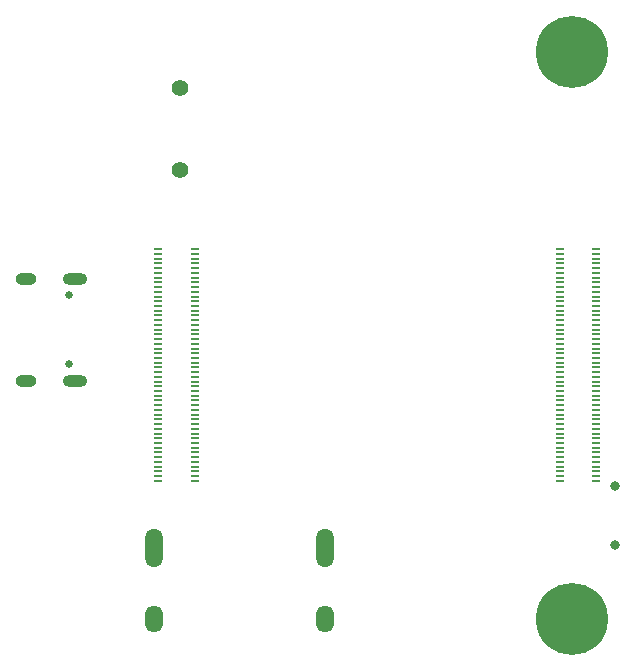
<source format=gbr>
%TF.GenerationSoftware,KiCad,Pcbnew,8.0.7*%
%TF.CreationDate,2024-12-14T14:48:29+01:00*%
%TF.ProjectId,CM5_CB,434d355f-4342-42e6-9b69-6361645f7063,rev?*%
%TF.SameCoordinates,Original*%
%TF.FileFunction,Soldermask,Bot*%
%TF.FilePolarity,Negative*%
%FSLAX46Y46*%
G04 Gerber Fmt 4.6, Leading zero omitted, Abs format (unit mm)*
G04 Created by KiCad (PCBNEW 8.0.7) date 2024-12-14 14:48:29*
%MOMM*%
%LPD*%
G01*
G04 APERTURE LIST*
%ADD10C,6.100000*%
%ADD11R,0.700000X0.200000*%
%ADD12C,0.800000*%
%ADD13C,0.650000*%
%ADD14O,2.100000X1.000000*%
%ADD15O,1.800000X1.000000*%
%ADD16O,1.500000X2.300000*%
%ADD17O,1.500000X3.300000*%
%ADD18C,1.400000*%
G04 APERTURE END LIST*
D10*
%TO.C,Module302*%
X127250000Y-29600000D03*
X127250000Y-77600000D03*
D11*
X95290000Y-46300000D03*
X92210000Y-46300000D03*
X95290000Y-46700000D03*
X92210000Y-46700000D03*
X95290000Y-47100000D03*
X92210000Y-47100000D03*
X95290000Y-47500000D03*
X92210000Y-47500000D03*
X95290000Y-47900000D03*
X92210000Y-47900000D03*
X95290000Y-48300000D03*
X92210000Y-48300000D03*
X95290000Y-48700000D03*
X92210000Y-48700000D03*
X95290000Y-49100000D03*
X92210000Y-49100000D03*
X95290000Y-49500000D03*
X92210000Y-49500000D03*
X95290000Y-49900000D03*
X92210000Y-49900000D03*
X95290000Y-50300000D03*
X92210000Y-50300000D03*
X95290000Y-50700000D03*
X92210000Y-50700000D03*
X95290000Y-51100000D03*
X92210000Y-51100000D03*
X95290000Y-51500000D03*
X92210000Y-51500000D03*
X95290000Y-51900000D03*
X92210000Y-51900000D03*
X95290000Y-52300000D03*
X92210000Y-52300000D03*
X95290000Y-52700000D03*
X92210000Y-52700000D03*
X95290000Y-53100000D03*
X92210000Y-53100000D03*
X95290000Y-53500000D03*
X92210000Y-53500000D03*
X95290000Y-53900000D03*
X92210000Y-53900000D03*
X95290000Y-54300000D03*
X92210000Y-54300000D03*
X95290000Y-54700000D03*
X92210000Y-54700000D03*
X95290000Y-55100000D03*
X92210000Y-55100000D03*
X95290000Y-55500000D03*
X92210000Y-55500000D03*
X95290000Y-55900000D03*
X92210000Y-55900000D03*
X95290000Y-56300000D03*
X92210000Y-56300000D03*
X95290000Y-56700000D03*
X92210000Y-56700000D03*
X95290000Y-57100000D03*
X92210000Y-57100000D03*
X95290000Y-57500000D03*
X92210000Y-57500000D03*
X95290000Y-57900000D03*
X92210000Y-57900000D03*
X95290000Y-58300000D03*
X92210000Y-58300000D03*
X95290000Y-58700000D03*
X92210000Y-58700000D03*
X95290000Y-59100000D03*
X92210000Y-59100000D03*
X95290000Y-59500000D03*
X92210000Y-59500000D03*
X95290000Y-59900000D03*
X92210000Y-59900000D03*
X95290000Y-60300000D03*
X92210000Y-60300000D03*
X95290000Y-60700000D03*
X92210000Y-60700000D03*
X95290000Y-61100000D03*
X92210000Y-61100000D03*
X95290000Y-61500000D03*
X92210000Y-61500000D03*
X95290000Y-61900000D03*
X92210000Y-61900000D03*
X95290000Y-62300000D03*
X92210000Y-62300000D03*
X95290000Y-62700000D03*
X92210000Y-62700000D03*
X95290000Y-63100000D03*
X92210000Y-63100000D03*
X95290000Y-63500000D03*
X92210000Y-63500000D03*
X95290000Y-63900000D03*
X92210000Y-63900000D03*
X95290000Y-64300000D03*
X92210000Y-64300000D03*
X95290000Y-64700000D03*
X92210000Y-64700000D03*
X95290000Y-65100000D03*
X92210000Y-65100000D03*
X95290000Y-65500000D03*
X92210000Y-65500000D03*
X95290000Y-65900000D03*
X92210000Y-65900000D03*
%TD*%
%TO.C,Module301*%
X126210000Y-65900000D03*
X129290000Y-65900000D03*
X126210000Y-65500000D03*
X129290000Y-65500000D03*
X126210000Y-65100000D03*
X129290000Y-65100000D03*
X126210000Y-64700000D03*
X129290000Y-64700000D03*
X126210000Y-64300000D03*
X129290000Y-64300000D03*
X126210000Y-63900000D03*
X129290000Y-63900000D03*
X126210000Y-63500000D03*
X129290000Y-63500000D03*
X126210000Y-63100000D03*
X129290000Y-63100000D03*
X126210000Y-62700000D03*
X129290000Y-62700000D03*
X126210000Y-62300000D03*
X129290000Y-62300000D03*
X126210000Y-61900000D03*
X129290000Y-61900000D03*
X126210000Y-61500000D03*
X129290000Y-61500000D03*
X126210000Y-61100000D03*
X129290000Y-61100000D03*
X126210000Y-60700000D03*
X129290000Y-60700000D03*
X126210000Y-60300000D03*
X129290000Y-60300000D03*
X126210000Y-59900000D03*
X129290000Y-59900000D03*
X126210000Y-59500000D03*
X129290000Y-59500000D03*
X126210000Y-59100000D03*
X129290000Y-59100000D03*
X126210000Y-58700000D03*
X129290000Y-58700000D03*
X126210000Y-58300000D03*
X129290000Y-58300000D03*
X126210000Y-57900000D03*
X129290000Y-57900000D03*
X126210000Y-57500000D03*
X129290000Y-57500000D03*
X126210000Y-57100000D03*
X129290000Y-57100000D03*
X126210000Y-56700000D03*
X129290000Y-56700000D03*
X126210000Y-56300000D03*
X129290000Y-56300000D03*
X126210000Y-55900000D03*
X129290000Y-55900000D03*
X126210000Y-55500000D03*
X129290000Y-55500000D03*
X126210000Y-55100000D03*
X129290000Y-55100000D03*
X126210000Y-54700000D03*
X129290000Y-54700000D03*
X126210000Y-54300000D03*
X129290000Y-54300000D03*
X126210000Y-53900000D03*
X129290000Y-53900000D03*
X126210000Y-53500000D03*
X129290000Y-53500000D03*
X126210000Y-53100000D03*
X129290000Y-53100000D03*
X126210000Y-52700000D03*
X129290000Y-52700000D03*
X126210000Y-52300000D03*
X129290000Y-52300000D03*
X126210000Y-51900000D03*
X129290000Y-51900000D03*
X126210000Y-51500000D03*
X129290000Y-51500000D03*
X126210000Y-51100000D03*
X129290000Y-51100000D03*
X126210000Y-50700000D03*
X129290000Y-50700000D03*
X126210000Y-50300000D03*
X129290000Y-50300000D03*
X126210000Y-49900000D03*
X129290000Y-49900000D03*
X126210000Y-49500000D03*
X129290000Y-49500000D03*
X126210000Y-49100000D03*
X129290000Y-49100000D03*
X126210000Y-48700000D03*
X129290000Y-48700000D03*
X126210000Y-48300000D03*
X129290000Y-48300000D03*
X126210000Y-47900000D03*
X129290000Y-47900000D03*
X126210000Y-47500000D03*
X129290000Y-47500000D03*
X126210000Y-47100000D03*
X129290000Y-47100000D03*
X126210000Y-46700000D03*
X129290000Y-46700000D03*
X126210000Y-46300000D03*
X129290000Y-46300000D03*
D10*
X127250000Y-77600000D03*
X127250000Y-29600000D03*
%TD*%
D12*
%TO.C,SW602*%
X130850000Y-66350000D03*
%TD*%
D13*
%TO.C,J101*%
X84655000Y-50210000D03*
X84655000Y-55990000D03*
D14*
X85155000Y-48780000D03*
D15*
X80975000Y-48780000D03*
D14*
X85155000Y-57420000D03*
D15*
X80975000Y-57420000D03*
%TD*%
D16*
%TO.C,J501*%
X106350000Y-77560000D03*
X91850000Y-77560000D03*
D17*
X91850000Y-71600000D03*
X106350000Y-71600000D03*
%TD*%
D12*
%TO.C,SW601*%
X130850000Y-71300000D03*
%TD*%
D18*
%TO.C,T401*%
X94005000Y-32620000D03*
X94005000Y-39620000D03*
%TD*%
M02*

</source>
